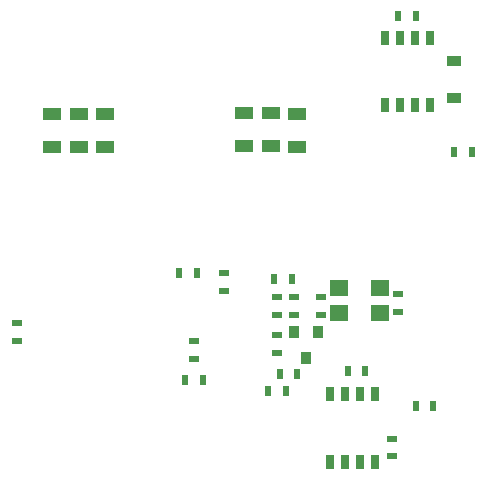
<source format=gbp>
G04*
G04  File:            STEP_DIMA1A.GBP, Tue Jun 22 15:40:13 2021*
G04  Source:          P-CAD 2004 PCB, Version 18.04.615, (D:\proj\velograph\snail\pcb\step_dima1a.pcb)*
G04  Format:          Gerber Format (RS-274-D), ASCII*
G04*
G04  Format Options:  Absolute Positioning*
G04                   Leading-Zero Suppression*
G04                   Scale Factor 1:1*
G04                   NO Circular Interpolation*
G04                   Millimeter Units*
G04                   Numeric Format: 5.3 (XXXXX.XXX)*
G04                   G54 NOT Used for Aperture Change*
G04                   Apertures Embedded*
G04*
G04  File Options:    Offset = (0.000mm,0.000mm)*
G04                   Drill Symbol Size = 0.000mm*
G04                   No Pad/Via Holes*
G04*
G04  File Contents:   Pads*
G04                   No Vias*
G04                   No Designators*
G04                   No Types*
G04                   No Values*
G04                   No Drill Symbols*
G04                   Bot Paste*
G04*
%INSTEP_DIMA1A.GBP*%
%ICAS*%
%MOMM*%
G04*
G04  Aperture MACROs for general use --- invoked via D-code assignment *
G04*
G04  General MACRO for flashed round with rotation and/or offset hole *
%AMROTOFFROUND*
1,1,$1,0.0000,0.0000*
1,0,$2,$3,$4*%
G04*
G04  General MACRO for flashed oval (obround) with rotation and/or offset hole *
%AMROTOFFOVAL*
21,1,$1,$2,0.0000,0.0000,$3*
1,1,$4,$5,$6*
1,1,$4,0-$5,0-$6*
1,0,$7,$8,$9*%
G04*
G04  General MACRO for flashed oval (obround) with rotation and no hole *
%AMROTOVALNOHOLE*
21,1,$1,$2,0.0000,0.0000,$3*
1,1,$4,$5,$6*
1,1,$4,0-$5,0-$6*%
G04*
G04  General MACRO for flashed rectangle with rotation and/or offset hole *
%AMROTOFFRECT*
21,1,$1,$2,0.0000,0.0000,$3*
1,0,$4,$5,$6*%
G04*
G04  General MACRO for flashed rectangle with rotation and no hole *
%AMROTRECTNOHOLE*
21,1,$1,$2,0.0000,0.0000,$3*%
G04*
G04  General MACRO for flashed rounded-rectangle *
%AMROUNDRECT*
21,1,$1,$2-$4,0.0000,0.0000,$3*
21,1,$1-$4,$2,0.0000,0.0000,$3*
1,1,$4,$5,$6*
1,1,$4,$7,$8*
1,1,$4,0-$5,0-$6*
1,1,$4,0-$7,0-$8*
1,0,$9,$10,$11*%
G04*
G04  General MACRO for flashed rounded-rectangle with rotation and no hole *
%AMROUNDRECTNOHOLE*
21,1,$1,$2-$4,0.0000,0.0000,$3*
21,1,$1-$4,$2,0.0000,0.0000,$3*
1,1,$4,$5,$6*
1,1,$4,$7,$8*
1,1,$4,0-$5,0-$6*
1,1,$4,0-$7,0-$8*%
G04*
G04  General MACRO for flashed regular polygon *
%AMREGPOLY*
5,1,$1,0.0000,0.0000,$2,$3+$4*
1,0,$5,$6,$7*%
G04*
G04  General MACRO for flashed regular polygon with no hole *
%AMREGPOLYNOHOLE*
5,1,$1,0.0000,0.0000,$2,$3+$4*%
G04*
G04  General MACRO for target *
%AMTARGET*
6,0,0,$1,$2,$3,4,$4,$5,$6*%
G04*
G04  General MACRO for mounting hole *
%AMMTHOLE*
1,1,$1,0,0*
1,0,$2,0,0*
$1=$1-$2*
$1=$1/2*
21,1,$2+$1,$3,0,0,$4*
21,1,$3,$2+$1,0,0,$4*%
G04*
G04*
G04  D10 : "Ellipse X0.254mm Y0.254mm H0.000mm 0.0deg (0.000mm,0.000mm) Draw"*
G04  Disc: OuterDia=0.2540*
%ADD10C, 0.2540*%
G04  D11 : "Ellipse X0.025mm Y0.025mm H0.000mm 0.0deg (0.000mm,0.000mm) Draw"*
G04  Disc: OuterDia=0.0254*
%ADD11C, 0.0254*%
G04  D12 : "Ellipse X0.300mm Y0.300mm H0.000mm 0.0deg (0.000mm,0.000mm) Draw"*
G04  Disc: OuterDia=0.3000*
%ADD12C, 0.3000*%
G04  D13 : "Ellipse X0.305mm Y0.305mm H0.000mm 0.0deg (0.000mm,0.000mm) Draw"*
G04  Disc: OuterDia=0.3048*
%ADD13C, 0.3048*%
G04  D14 : "Ellipse X0.310mm Y0.310mm H0.000mm 0.0deg (0.000mm,0.000mm) Draw"*
G04  Disc: OuterDia=0.3100*
%ADD14C, 0.3100*%
G04  D15 : "Ellipse X0.350mm Y0.350mm H0.000mm 0.0deg (0.000mm,0.000mm) Draw"*
G04  Disc: OuterDia=0.3500*
%ADD15C, 0.3500*%
G04  D16 : "Ellipse X0.381mm Y0.381mm H0.000mm 0.0deg (0.000mm,0.000mm) Draw"*
G04  Disc: OuterDia=0.3810*
%ADD16C, 0.3810*%
G04  D17 : "Ellipse X0.500mm Y0.500mm H0.000mm 0.0deg (0.000mm,0.000mm) Draw"*
G04  Disc: OuterDia=0.5000*
%ADD17C, 0.5000*%
G04  D18 : "Ellipse X0.064mm Y0.064mm H0.000mm 0.0deg (0.000mm,0.000mm) Draw"*
G04  Disc: OuterDia=0.0635*
%ADD18C, 0.0635*%
G04  D19 : "Ellipse X0.635mm Y0.635mm H0.000mm 0.0deg (0.000mm,0.000mm) Draw"*
G04  Disc: OuterDia=0.6350*
%ADD19C, 0.6350*%
G04  D20 : "Ellipse X0.700mm Y0.700mm H0.000mm 0.0deg (0.000mm,0.000mm) Draw"*
G04  Disc: OuterDia=0.7000*
%ADD20C, 0.7000*%
G04  D21 : "Ellipse X0.076mm Y0.076mm H0.000mm 0.0deg (0.000mm,0.000mm) Draw"*
G04  Disc: OuterDia=0.0762*
%ADD21C, 0.0762*%
G04  D22 : "Ellipse X0.100mm Y0.100mm H0.000mm 0.0deg (0.000mm,0.000mm) Draw"*
G04  Disc: OuterDia=0.1000*
%ADD22C, 0.1000*%
G04  D23 : "Ellipse X1.000mm Y1.000mm H0.000mm 0.0deg (0.000mm,0.000mm) Draw"*
G04  Disc: OuterDia=1.0000*
%ADD23C, 1.0000*%
G04  D24 : "Ellipse X0.102mm Y0.102mm H0.000mm 0.0deg (0.000mm,0.000mm) Draw"*
G04  Disc: OuterDia=0.1016*
%ADD24C, 0.1016*%
G04  D25 : "Ellipse X0.127mm Y0.127mm H0.000mm 0.0deg (0.000mm,0.000mm) Draw"*
G04  Disc: OuterDia=0.1270*
%ADD25C, 0.1270*%
G04  D26 : "Ellipse X1.300mm Y1.300mm H0.000mm 0.0deg (0.000mm,0.000mm) Draw"*
G04  Disc: OuterDia=1.3000*
%ADD26C, 1.3000*%
G04  D27 : "Ellipse X1.500mm Y1.500mm H0.000mm 0.0deg (0.000mm,0.000mm) Draw"*
G04  Disc: OuterDia=1.5000*
%ADD27C, 1.5000*%
G04  D28 : "Ellipse X0.200mm Y0.200mm H0.000mm 0.0deg (0.000mm,0.000mm) Draw"*
G04  Disc: OuterDia=0.2000*
%ADD28C, 0.2000*%
G04  D29 : "Ellipse X2.000mm Y2.000mm H0.000mm 0.0deg (0.000mm,0.000mm) Draw"*
G04  Disc: OuterDia=2.0000*
%ADD29C, 2.0000*%
G04  D30 : "Ellipse X0.203mm Y0.203mm H0.000mm 0.0deg (0.000mm,0.000mm) Draw"*
G04  Disc: OuterDia=0.2032*
%ADD30C, 0.2032*%
G04  D31 : "Ellipse X0.250mm Y0.250mm H0.000mm 0.0deg (0.000mm,0.000mm) Draw"*
G04  Disc: OuterDia=0.2500*
%ADD31C, 0.2500*%
G04  D32 : "Ellipse X2.602mm Y2.602mm H0.000mm 0.0deg (0.000mm,0.000mm) Flash"*
G04  Disc: OuterDia=2.6020*
%ADD32C, 2.6020*%
G04  D33 : "Ellipse X3.602mm Y3.602mm H0.000mm 0.0deg (0.000mm,0.000mm) Flash"*
G04  Disc: OuterDia=3.6020*
%ADD33C, 3.6020*%
G04  D34 : "Ellipse X1.270mm Y1.270mm H0.000mm 0.0deg (0.000mm,0.000mm) Flash"*
G04  Disc: OuterDia=1.2700*
%ADD34C, 1.2700*%
G04  D35 : "Ellipse X1.372mm Y1.372mm H0.000mm 0.0deg (0.000mm,0.000mm) Flash"*
G04  Disc: OuterDia=1.3720*
%ADD35C, 1.3720*%
G04  D36 : "Ellipse X1.400mm Y1.400mm H0.000mm 0.0deg (0.000mm,0.000mm) Flash"*
G04  Disc: OuterDia=1.4000*
%ADD36C, 1.4000*%
G04  D37 : "Ellipse X1.502mm Y1.502mm H0.000mm 0.0deg (0.000mm,0.000mm) Flash"*
G04  Disc: OuterDia=1.5020*
%ADD37C, 1.5020*%
G04  D38 : "Ellipse X1.600mm Y1.600mm H0.000mm 0.0deg (0.000mm,0.000mm) Flash"*
G04  Disc: OuterDia=1.6000*
%ADD38C, 1.6000*%
G04  D39 : "Ellipse X1.702mm Y1.702mm H0.000mm 0.0deg (0.000mm,0.000mm) Flash"*
G04  Disc: OuterDia=1.7020*
%ADD39C, 1.7020*%
G04  D40 : "Ellipse X1.800mm Y1.800mm H0.000mm 0.0deg (0.000mm,0.000mm) Flash"*
G04  Disc: OuterDia=1.8000*
%ADD40C, 1.8000*%
G04  D41 : "Ellipse X1.902mm Y1.902mm H0.000mm 0.0deg (0.000mm,0.000mm) Flash"*
G04  Disc: OuterDia=1.9020*
%ADD41C, 1.9020*%
G04  D42 : "Ellipse X2.500mm Y2.500mm H0.000mm 0.0deg (0.000mm,0.000mm) Flash"*
G04  Disc: OuterDia=2.5000*
%ADD42C, 2.5000*%
G04  D43 : "Mounting Hole X3.500mm Y3.500mm H0.000mm 0.0deg (0.000mm,0.000mm) Flash"*
G04  Mounting Hole: Diameter=3.5000, Rotation=0.0, LineWidth=0.1270 *
%ADD43MTHOLE, 3.5000 X2.9920 X0.1270 X0.0*%
G04  D44 : "Rectangle X0.300mm Y1.500mm H0.000mm 0.0deg (0.000mm,0.000mm) Flash"*
G04  Rectangular: DimX=0.3000, DimY=1.5000, Rotation=0.0, OffsetX=0.0000, OffsetY=0.0000, HoleDia=0.0000 *
%ADD44R, 0.3000 X1.5000*%
G04  D45 : "Rectangle X1.500mm Y0.300mm H0.000mm 0.0deg (0.000mm,0.000mm) Flash"*
G04  Rectangular: DimX=1.5000, DimY=0.3000, Rotation=0.0, OffsetX=0.0000, OffsetY=0.0000, HoleDia=0.0000 *
%ADD45R, 1.5000 X0.3000*%
G04  D46 : "Rectangle X4.600mm Y2.800mm H0.000mm 0.0deg (0.000mm,0.000mm) Flash"*
G04  Rectangular: DimX=4.6000, DimY=2.8000, Rotation=0.0, OffsetX=0.0000, OffsetY=0.0000, HoleDia=0.0000 *
%ADD46R, 4.6000 X2.8000*%
G04  D47 : "Rectangle X4.700mm Y2.900mm H0.000mm 0.0deg (0.000mm,0.000mm) Flash"*
G04  Rectangular: DimX=4.7000, DimY=2.9000, Rotation=0.0, OffsetX=0.0000, OffsetY=0.0000, HoleDia=0.0000 *
%ADD47R, 4.7000 X2.9000*%
G04  D48 : "Rectangle X4.800mm Y3.000mm H0.000mm 0.0deg (0.000mm,0.000mm) Flash"*
G04  Rectangular: DimX=4.8000, DimY=3.0000, Rotation=0.0, OffsetX=0.0000, OffsetY=0.0000, HoleDia=0.0000 *
%ADD48R, 4.8000 X3.0000*%
G04  D49 : "Rectangle X7.500mm Y3.000mm H0.000mm 0.0deg (0.000mm,0.000mm) Flash"*
G04  Rectangular: DimX=7.5000, DimY=3.0000, Rotation=0.0, OffsetX=0.0000, OffsetY=0.0000, HoleDia=0.0000 *
%ADD49R, 7.5000 X3.0000*%
G04  D50 : "Rectangle X7.602mm Y3.102mm H0.000mm 0.0deg (0.000mm,0.000mm) Flash"*
G04  Rectangular: DimX=7.6020, DimY=3.1020, Rotation=0.0, OffsetX=0.0000, OffsetY=0.0000, HoleDia=0.0000 *
%ADD50R, 7.6020 X3.1020*%
G04  D51 : "Rectangle X1.400mm Y3.500mm H0.000mm 0.0deg (0.000mm,0.000mm) Flash"*
G04  Rectangular: DimX=1.4000, DimY=3.5000, Rotation=0.0, OffsetX=0.0000, OffsetY=0.0000, HoleDia=0.0000 *
%ADD51R, 1.4000 X3.5000*%
G04  D52 : "Rectangle X1.502mm Y3.602mm H0.000mm 0.0deg (0.000mm,0.000mm) Flash"*
G04  Rectangular: DimX=1.5020, DimY=3.6020, Rotation=0.0, OffsetX=0.0000, OffsetY=0.0000, HoleDia=0.0000 *
%ADD52R, 1.5020 X3.6020*%
G04  D53 : "Rectangle X0.402mm Y1.602mm H0.000mm 0.0deg (0.000mm,0.000mm) Flash"*
G04  Rectangular: DimX=0.4020, DimY=1.6020, Rotation=0.0, OffsetX=0.0000, OffsetY=0.0000, HoleDia=0.0000 *
%ADD53R, 0.4020 X1.6020*%
G04  D54 : "Rectangle X1.602mm Y0.402mm H0.000mm 0.0deg (0.000mm,0.000mm) Flash"*
G04  Rectangular: DimX=1.6020, DimY=0.4020, Rotation=0.0, OffsetX=0.0000, OffsetY=0.0000, HoleDia=0.0000 *
%ADD54R, 1.6020 X0.4020*%
G04  D55 : "Rectangle X5.080mm Y5.080mm H0.000mm 0.0deg (0.000mm,0.000mm) Flash"*
G04  Square: Side=5.0800, Rotation=0.0, OffsetX=0.0000, OffsetY=0.0000, HoleDia=0.0000*
%ADD55R, 5.0800 X5.0800*%
G04  D56 : "Rectangle X5.182mm Y5.182mm H0.000mm 0.0deg (0.000mm,0.000mm) Flash"*
G04  Square: Side=5.1820, Rotation=0.0, OffsetX=0.0000, OffsetY=0.0000, HoleDia=0.0000*
%ADD56R, 5.1820 X5.1820*%
G04  D57 : "Rectangle X0.600mm Y0.900mm H0.000mm 0.0deg (0.000mm,0.000mm) Flash"*
G04  Rectangular: DimX=0.6000, DimY=0.9000, Rotation=0.0, OffsetX=0.0000, OffsetY=0.0000, HoleDia=0.0000 *
%ADD57R, 0.6000 X0.9000*%
G04  D58 : "Rectangle X0.900mm Y0.600mm H0.000mm 0.0deg (0.000mm,0.000mm) Flash"*
G04  Rectangular: DimX=0.9000, DimY=0.6000, Rotation=0.0, OffsetX=0.0000, OffsetY=0.0000, HoleDia=0.0000 *
%ADD58R, 0.9000 X0.6000*%
G04  D59 : "Rectangle X0.650mm Y1.310mm H0.000mm 0.0deg (0.000mm,0.000mm) Flash"*
G04  Rectangular: DimX=0.6500, DimY=1.3100, Rotation=0.0, OffsetX=0.0000, OffsetY=0.0000, HoleDia=0.0000 *
%ADD59R, 0.6500 X1.3100*%
G04  D60 : "Rectangle X0.702mm Y1.002mm H0.000mm 0.0deg (0.000mm,0.000mm) Flash"*
G04  Rectangular: DimX=0.7020, DimY=1.0020, Rotation=0.0, OffsetX=0.0000, OffsetY=0.0000, HoleDia=0.0000 *
%ADD60R, 0.7020 X1.0020*%
G04  D61 : "Rectangle X1.002mm Y0.702mm H0.000mm 0.0deg (0.000mm,0.000mm) Flash"*
G04  Rectangular: DimX=1.0020, DimY=0.7020, Rotation=0.0, OffsetX=0.0000, OffsetY=0.0000, HoleDia=0.0000 *
%ADD61R, 1.0020 X0.7020*%
G04  D62 : "Rectangle X0.752mm Y1.412mm H0.000mm 0.0deg (0.000mm,0.000mm) Flash"*
G04  Rectangular: DimX=0.7520, DimY=1.4120, Rotation=0.0, OffsetX=0.0000, OffsetY=0.0000, HoleDia=0.0000 *
%ADD62R, 0.7520 X1.4120*%
G04  D63 : "Rectangle X1.220mm Y0.910mm H0.000mm 0.0deg (0.000mm,0.000mm) Flash"*
G04  Rectangular: DimX=1.2200, DimY=0.9100, Rotation=0.0, OffsetX=0.0000, OffsetY=0.0000, HoleDia=0.0000 *
%ADD63R, 1.2200 X0.9100*%
G04  D64 : "Rectangle X0.950mm Y1.100mm H0.000mm 0.0deg (0.000mm,0.000mm) Flash"*
G04  Rectangular: DimX=0.9500, DimY=1.1000, Rotation=0.0, OffsetX=0.0000, OffsetY=0.0000, HoleDia=0.0000 *
%ADD64R, 0.9500 X1.1000*%
G04  D65 : "Rectangle X1.322mm Y1.012mm H0.000mm 0.0deg (0.000mm,0.000mm) Flash"*
G04  Rectangular: DimX=1.3220, DimY=1.0120, Rotation=0.0, OffsetX=0.0000, OffsetY=0.0000, HoleDia=0.0000 *
%ADD65R, 1.3220 X1.0120*%
G04  D66 : "Rectangle X1.052mm Y1.202mm H0.000mm 0.0deg (0.000mm,0.000mm) Flash"*
G04  Rectangular: DimX=1.0520, DimY=1.2020, Rotation=0.0, OffsetX=0.0000, OffsetY=0.0000, HoleDia=0.0000 *
%ADD66R, 1.0520 X1.2020*%
G04  D67 : "Rectangle X1.600mm Y1.100mm H0.000mm 0.0deg (0.000mm,0.000mm) Flash"*
G04  Rectangular: DimX=1.6000, DimY=1.1000, Rotation=0.0, OffsetX=0.0000, OffsetY=0.0000, HoleDia=0.0000 *
%ADD67R, 1.6000 X1.1000*%
G04  D68 : "Rectangle X1.400mm Y1.200mm H0.000mm 0.0deg (0.000mm,0.000mm) Flash"*
G04  Rectangular: DimX=1.4000, DimY=1.2000, Rotation=0.0, OffsetX=0.0000, OffsetY=0.0000, HoleDia=0.0000 *
%ADD68R, 1.4000 X1.2000*%
G04  D69 : "Rectangle X1.702mm Y1.202mm H0.000mm 0.0deg (0.000mm,0.000mm) Flash"*
G04  Rectangular: DimX=1.7020, DimY=1.2020, Rotation=0.0, OffsetX=0.0000, OffsetY=0.0000, HoleDia=0.0000 *
%ADD69R, 1.7020 X1.2020*%
G04  D70 : "Rectangle X1.502mm Y1.302mm H0.000mm 0.0deg (0.000mm,0.000mm) Flash"*
G04  Rectangular: DimX=1.5020, DimY=1.3020, Rotation=0.0, OffsetX=0.0000, OffsetY=0.0000, HoleDia=0.0000 *
%ADD70R, 1.5020 X1.3020*%
G04  D71 : "Rectangle X1.500mm Y1.800mm H0.000mm 0.0deg (0.000mm,0.000mm) Flash"*
G04  Rectangular: DimX=1.5000, DimY=1.8000, Rotation=0.0, OffsetX=0.0000, OffsetY=0.0000, HoleDia=0.0000 *
%ADD71R, 1.5000 X1.8000*%
G04  D72 : "Rectangle X1.800mm Y1.500mm H0.000mm 0.0deg (0.000mm,0.000mm) Flash"*
G04  Rectangular: DimX=1.8000, DimY=1.5000, Rotation=0.0, OffsetX=0.0000, OffsetY=0.0000, HoleDia=0.0000 *
%ADD72R, 1.8000 X1.5000*%
G04  D73 : "Rectangle X1.600mm Y1.350mm H0.000mm 0.0deg (0.000mm,0.000mm) Flash"*
G04  Rectangular: DimX=1.6000, DimY=1.3500, Rotation=0.0, OffsetX=0.0000, OffsetY=0.0000, HoleDia=0.0000 *
%ADD73R, 1.6000 X1.3500*%
G04  D74 : "Rectangle X1.602mm Y1.902mm H0.000mm 0.0deg (0.000mm,0.000mm) Flash"*
G04  Rectangular: DimX=1.6020, DimY=1.9020, Rotation=0.0, OffsetX=0.0000, OffsetY=0.0000, HoleDia=0.0000 *
%ADD74R, 1.6020 X1.9020*%
G04  D75 : "Rectangle X1.902mm Y1.602mm H0.000mm 0.0deg (0.000mm,0.000mm) Flash"*
G04  Rectangular: DimX=1.9020, DimY=1.6020, Rotation=0.0, OffsetX=0.0000, OffsetY=0.0000, HoleDia=0.0000 *
%ADD75R, 1.9020 X1.6020*%
G04  D76 : "Rectangle X1.702mm Y1.452mm H0.000mm 0.0deg (0.000mm,0.000mm) Flash"*
G04  Rectangular: DimX=1.7020, DimY=1.4520, Rotation=0.0, OffsetX=0.0000, OffsetY=0.0000, HoleDia=0.0000 *
%ADD76R, 1.7020 X1.4520*%
G04  D77 : "Rectangle X1.778mm Y3.175mm H0.000mm 0.0deg (0.000mm,0.000mm) Flash"*
G04  Rectangular: DimX=1.7780, DimY=3.1750, Rotation=0.0, OffsetX=0.0000, OffsetY=0.0000, HoleDia=0.0000 *
%ADD77R, 1.7780 X3.1750*%
G04  D78 : "Rectangle X1.800mm Y1.800mm H0.000mm 0.0deg (0.000mm,0.000mm) Flash"*
G04  Square: Side=1.8000, Rotation=0.0, OffsetX=0.0000, OffsetY=0.0000, HoleDia=0.0000*
%ADD78R, 1.8000 X1.8000*%
G04  D79 : "Rectangle X1.880mm Y3.277mm H0.000mm 0.0deg (0.000mm,0.000mm) Flash"*
G04  Rectangular: DimX=1.8800, DimY=3.2770, Rotation=0.0, OffsetX=0.0000, OffsetY=0.0000, HoleDia=0.0000 *
%ADD79R, 1.8800 X3.2770*%
G04  D80 : "Rectangle X0.200mm Y1.900mm H0.000mm 0.0deg (0.000mm,0.000mm) Flash"*
G04  Rectangular: DimX=0.2000, DimY=1.9000, Rotation=0.0, OffsetX=0.0000, OffsetY=0.0000, HoleDia=0.0000 *
%ADD80R, 0.2000 X1.9000*%
G04  D81 : "Rectangle X1.902mm Y1.902mm H0.000mm 0.0deg (0.000mm,0.000mm) Flash"*
G04  Square: Side=1.9020, Rotation=0.0, OffsetX=0.0000, OffsetY=0.0000, HoleDia=0.0000*
%ADD81R, 1.9020 X1.9020*%
G04  D82 : "Rectangle X0.300mm Y2.000mm H0.000mm 0.0deg (0.000mm,0.000mm) Flash"*
G04  Rectangular: DimX=0.3000, DimY=2.0000, Rotation=0.0, OffsetX=0.0000, OffsetY=0.0000, HoleDia=0.0000 *
%ADD82R, 0.3000 X2.0000*%
G04  D83 : "Rectangle X2.000mm Y4.000mm H0.000mm 0.0deg (0.000mm,0.000mm) Flash"*
G04  Rectangular: DimX=2.0000, DimY=4.0000, Rotation=0.0, OffsetX=0.0000, OffsetY=0.0000, HoleDia=0.0000 *
%ADD83R, 2.0000 X4.0000*%
G04  D84 : "Rectangle X4.000mm Y2.000mm H0.000mm 0.0deg (0.000mm,0.000mm) Flash"*
G04  Rectangular: DimX=4.0000, DimY=2.0000, Rotation=0.0, OffsetX=0.0000, OffsetY=0.0000, HoleDia=0.0000 *
%ADD84R, 4.0000 X2.0000*%
G04  D85 : "Rectangle X0.400mm Y2.100mm H0.000mm 0.0deg (0.000mm,0.000mm) Flash"*
G04  Rectangular: DimX=0.4000, DimY=2.1000, Rotation=0.0, OffsetX=0.0000, OffsetY=0.0000, HoleDia=0.0000 *
%ADD85R, 0.4000 X2.1000*%
G04  D86 : "Rectangle X2.102mm Y4.102mm H0.000mm 0.0deg (0.000mm,0.000mm) Flash"*
G04  Rectangular: DimX=2.1020, DimY=4.1020, Rotation=0.0, OffsetX=0.0000, OffsetY=0.0000, HoleDia=0.0000 *
%ADD86R, 2.1020 X4.1020*%
G04  D87 : "Rectangle X4.102mm Y2.102mm H0.000mm 0.0deg (0.000mm,0.000mm) Flash"*
G04  Rectangular: DimX=4.1020, DimY=2.1020, Rotation=0.0, OffsetX=0.0000, OffsetY=0.0000, HoleDia=0.0000 *
%ADD87R, 4.1020 X2.1020*%
G04  D88 : "Ellipse X0.600mm Y0.600mm H0.000mm 0.0deg (0.000mm,0.000mm) Flash"*
G04  Disc: OuterDia=0.6000*
%ADD88C, 0.6000*%
G04  D89 : "Ellipse X0.702mm Y0.702mm H0.000mm 0.0deg (0.000mm,0.000mm) Flash"*
G04  Disc: OuterDia=0.7020*
%ADD89C, 0.7020*%
G04*
%FSLAX53Y53*%
%SFA1B1*%
%OFA0.000B0.000*%
G04*
G71*
G90*
G01*
D2*
%LNBot Paste*%
D58*
X398750Y387250D3*
Y385750D3*
D57*
X399500Y384000D3*
X398000D3*
D58*
X401250Y391500D3*
Y393000D3*
D57*
X407500Y384500D3*
X406000D3*
X407000Y392500D3*
X405500D3*
D58*
X409500Y391000D3*
Y389500D3*
X407250Y391000D3*
Y389500D3*
X405750Y391000D3*
Y389500D3*
X415500Y377500D3*
Y379000D3*
X416000Y391250D3*
Y389750D3*
D57*
Y414750D3*
X417500D3*
D58*
X383750Y387250D3*
Y388750D3*
D67*
X386750Y406500D3*
Y403700D3*
X391250Y406500D3*
Y403700D3*
D58*
X405750Y387750D3*
Y386250D3*
D64*
X409282Y388000D3*
X407250D3*
X408266Y385790D3*
D67*
X405250Y403750D3*
Y406550D3*
X407500Y406500D3*
Y403700D3*
D57*
X422250Y403250D3*
X420750D3*
D63*
Y411000D3*
Y407800D3*
D57*
X397500Y393000D3*
X399000D3*
X411750Y384750D3*
X413250D3*
X405000Y383000D3*
X406500D3*
D73*
X414500Y391750D3*
X411000D3*
X414500Y389650D3*
X411000D3*
D67*
X389000Y406500D3*
Y403700D3*
D57*
X417500Y381750D3*
X419000D3*
D59*
X410250Y382750D3*
X412790D3*
X414060D3*
X410250Y377040D3*
X414060D3*
X412790D3*
X411520Y382750D3*
Y377040D3*
D67*
X403000Y403750D3*
Y406550D3*
D59*
X418750Y407250D3*
X416210D3*
X414940D3*
X418750Y412960D3*
X414940D3*
X416210D3*
X417480Y407250D3*
Y412960D3*
D02M02*

</source>
